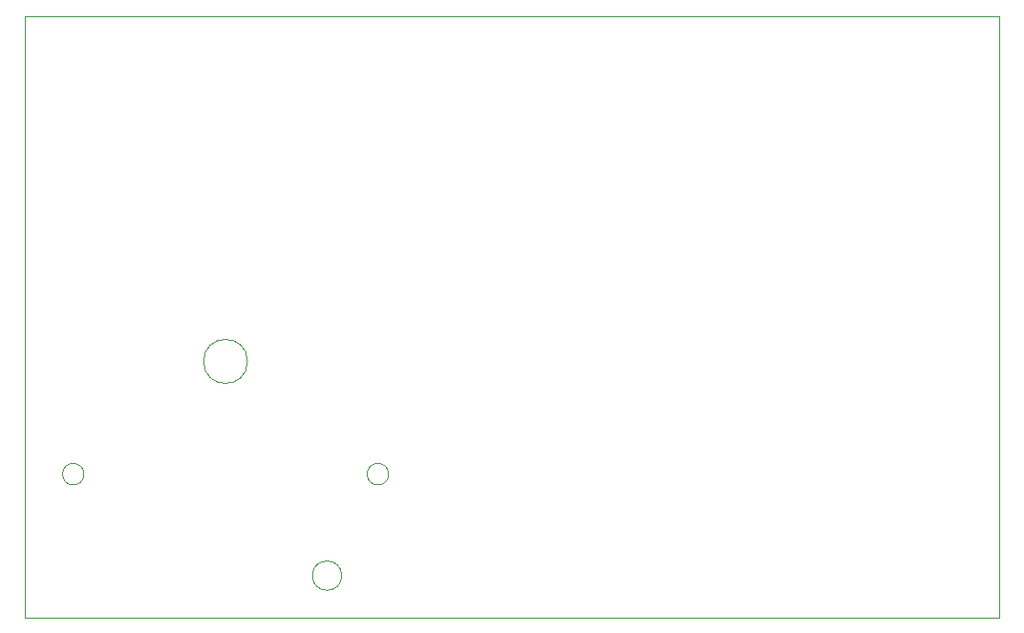
<source format=gbr>
%TF.GenerationSoftware,KiCad,Pcbnew,7.0.10*%
%TF.CreationDate,2024-01-21T17:13:34-08:00*%
%TF.ProjectId,motor_pcb,6d6f746f-725f-4706-9362-2e6b69636164,rev?*%
%TF.SameCoordinates,Original*%
%TF.FileFunction,Profile,NP*%
%FSLAX46Y46*%
G04 Gerber Fmt 4.6, Leading zero omitted, Abs format (unit mm)*
G04 Created by KiCad (PCBNEW 7.0.10) date 2024-01-21 17:13:34*
%MOMM*%
%LPD*%
G01*
G04 APERTURE LIST*
%TA.AperFunction,Profile*%
%ADD10C,0.100000*%
%TD*%
%TA.AperFunction,Profile*%
%ADD11C,0.050000*%
%TD*%
G04 APERTURE END LIST*
D10*
X55880000Y-25400000D02*
X137160000Y-25400000D01*
X53340000Y-25400000D02*
X55880000Y-25400000D01*
X50800000Y-25400000D02*
X53340000Y-25400000D01*
X50800000Y-78740000D02*
X50800000Y-25400000D01*
X137160000Y-78740000D02*
X50800000Y-78740000D01*
X137160000Y-25400000D02*
X137160000Y-78740000D01*
D11*
%TO.C,M1*%
X56030000Y-66040000D02*
G75*
G03*
X54130000Y-66040000I-950000J0D01*
G01*
X54130000Y-66040000D02*
G75*
G03*
X56030000Y-66040000I950000J0D01*
G01*
X70530000Y-56040000D02*
G75*
G03*
X66630000Y-56040000I-1950000J0D01*
G01*
X66630000Y-56040000D02*
G75*
G03*
X70530000Y-56040000I1950000J0D01*
G01*
X78880000Y-75040000D02*
G75*
G03*
X76280000Y-75040000I-1300000J0D01*
G01*
X76280000Y-75040000D02*
G75*
G03*
X78880000Y-75040000I1300000J0D01*
G01*
X83030000Y-66040000D02*
G75*
G03*
X81130000Y-66040000I-950000J0D01*
G01*
X81130000Y-66040000D02*
G75*
G03*
X83030000Y-66040000I950000J0D01*
G01*
%TD*%
M02*

</source>
